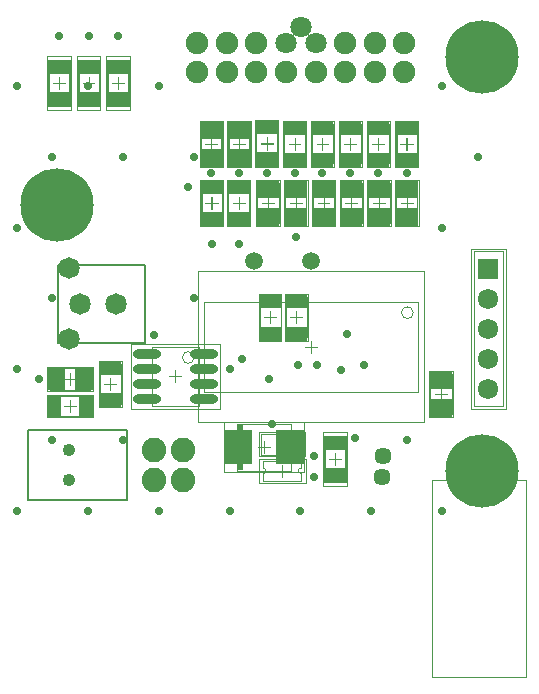
<source format=gbs>
G04*
G04 #@! TF.GenerationSoftware,Altium Limited,Altium Designer,19.1.8 (144)*
G04*
G04 Layer_Color=16711935*
%FSLAX44Y44*%
%MOMM*%
G71*
G01*
G75*
%ADD10C,0.2000*%
%ADD14C,0.1000*%
%ADD17R,0.6187X3.9500*%
%ADD18C,0.0500*%
%ADD26R,1.5032X1.9032*%
%ADD27R,1.9032X1.1532*%
%ADD29C,6.2032*%
%ADD30C,1.8232*%
%ADD31R,1.7232X1.7232*%
%ADD32C,1.7232*%
%ADD33C,1.8032*%
%ADD34C,1.9032*%
%ADD35C,1.5032*%
%ADD36C,1.4532*%
%ADD37C,1.0782*%
%ADD38C,2.0782*%
%ADD39C,0.7032*%
%ADD59R,1.9032X1.5032*%
%ADD60R,1.1532X1.9032*%
%ADD61O,2.4032X0.8032*%
%ADD62R,2.3622X2.9462*%
D10*
X249000Y249410D02*
Y308810D01*
X333500D01*
Y249410D01*
X249000D01*
X348271Y382186D02*
Y448686D01*
X274571D01*
Y382186D01*
X348271D01*
D14*
X285072Y324000D02*
Y334000D01*
X284600Y346851D02*
Y356851D01*
X301600Y360851D02*
X267600D01*
Y342851D01*
X301600D01*
Y360851D01*
X289600Y351851D02*
X279600D01*
X301821Y337750D02*
X268321D01*
Y320250D01*
X301821D01*
Y337750D01*
X290072Y329000D02*
X280072D01*
X310250Y330900D02*
Y364400D01*
X327750D01*
Y330900D01*
X310250D01*
X314000Y347650D02*
X324000D01*
X319000Y342650D02*
Y352650D01*
X354000Y329000D02*
X394000D01*
Y379000D01*
X354000D01*
Y329000D01*
X374000Y349000D02*
Y359000D01*
X369000Y354000D02*
X379000D01*
X398500Y341000D02*
Y417000D01*
X579500D01*
Y341000D01*
X398500D01*
X426000Y313750D02*
X472000D01*
Y274250D01*
X426000D01*
Y313750D01*
X444000Y294000D02*
X454000D01*
X449000Y299000D02*
Y289000D01*
X447000Y287610D02*
X481000D01*
Y305610D01*
X447000D01*
Y287610D01*
X448500Y282250D02*
X480500D01*
Y276250D01*
D02*
G03*
X480500Y271750I0J-2250D01*
G01*
Y271752D02*
Y265752D01*
X448500D01*
X448502D02*
Y271752D01*
Y271750D02*
G03*
X448502Y276250I0J2250D01*
G01*
Y282250D01*
X459500Y274000D02*
X469500D01*
X464500Y269000D02*
Y279000D01*
X500500Y268000D02*
X517500D01*
Y300000D01*
X500500D01*
Y268000D01*
X500250Y267250D02*
Y300750D01*
X517750D01*
Y267250D01*
X500250D01*
X499000Y261000D02*
X519000D01*
Y307000D01*
X499000D01*
Y261000D01*
X509000Y279000D02*
Y289000D01*
Y289000D02*
Y279000D01*
X514000Y284000D02*
X504000D01*
X514000D01*
X464000Y291610D02*
Y301610D01*
X459000Y296610D02*
X469000D01*
X484000Y379000D02*
X494000D01*
X489000Y374000D02*
Y384000D01*
X485500Y387000D02*
Y421000D01*
X467500D01*
Y387000D01*
X485500D01*
X476500Y409000D02*
Y399000D01*
X481500Y404000D02*
X471500D01*
X459428D02*
X449428D01*
X454428Y399000D02*
Y409000D01*
X445429Y421000D02*
X463428D01*
Y387000D01*
X445429D01*
Y421000D01*
X390000Y370000D02*
G03*
X390000Y370000I-5000J0D01*
G01*
X508557Y484000D02*
Y518000D01*
X490557D01*
Y484000D01*
X508557D01*
X514057D02*
Y518000D01*
X532057D01*
Y484000D01*
X514057D01*
X518057Y501000D02*
X528057D01*
X523057Y496000D02*
Y506000D01*
X541557Y501000D02*
X551557D01*
X546557Y496000D02*
Y506000D01*
X537557Y484000D02*
Y518000D01*
X555557D01*
Y484000D01*
X537557D01*
X561057D02*
Y518000D01*
X579057D01*
Y484000D01*
X561057D01*
X565057Y501000D02*
X575057D01*
X570057Y496000D02*
Y506000D01*
X626554Y459799D02*
X651447Y459798D01*
X651446D02*
Y328999D01*
X626554D01*
Y459799D01*
X575500Y408000D02*
G03*
X575500Y408000I-5000J0D01*
G01*
X590000Y356000D02*
X608000D01*
Y322000D01*
X590000D01*
Y356000D01*
X594000Y339000D02*
X604000D01*
X599000Y334000D02*
Y344000D01*
X591690Y266500D02*
X671090D01*
Y99600D01*
X591690D01*
Y266500D01*
X504557Y501000D02*
X494557D01*
X499557Y496000D02*
Y506000D01*
X485057Y484000D02*
Y518000D01*
X467057D01*
Y484000D01*
X485057D01*
X461557Y518000D02*
Y484000D01*
X443557D01*
Y518000D01*
X461557D01*
X457557Y501000D02*
X447557D01*
X452557Y496000D02*
Y506000D01*
X432700Y501000D02*
X422700D01*
X432700D01*
X436450Y484250D02*
Y517750D01*
X418950D01*
X436450D01*
Y484250D01*
X418950D01*
Y517750D01*
Y484250D01*
X436450D01*
X471057Y501000D02*
X481057D01*
X476057Y496000D02*
Y506000D01*
X513521Y534250D02*
Y567750D01*
X531021D01*
Y534250D01*
X513521D01*
Y534250D02*
Y567750D01*
X531021D01*
Y534250D01*
X513521D01*
X517271Y551000D02*
X527271D01*
Y551000D02*
X517271D01*
X522271Y556000D02*
Y546000D01*
Y546000D02*
Y556000D01*
X540914Y551000D02*
X550914D01*
Y551000D02*
X540914D01*
X545914Y546000D02*
Y556000D01*
Y556000D02*
Y546000D01*
X537164Y534250D02*
X554664D01*
Y567750D01*
X537164D01*
Y534250D01*
Y534250D02*
Y567750D01*
X554664D01*
Y534250D01*
X537164D01*
X560807D02*
Y567750D01*
X578307D01*
Y534250D01*
X560807D01*
X561307Y534250D02*
X578807D01*
Y567750D01*
X561307D01*
Y534250D01*
X564557Y551000D02*
X574557D01*
X575057Y551000D02*
X565057D01*
X569557Y556000D02*
Y546000D01*
X570057Y546000D02*
Y556000D01*
X507379Y567750D02*
Y534250D01*
X489879D01*
Y567750D01*
X507379D01*
Y567750D02*
Y534250D01*
X489879D01*
Y567750D01*
X507379D01*
X483736D02*
Y534250D01*
X466236D01*
Y567750D01*
X483736D01*
Y567750D02*
Y534250D01*
X466236D01*
Y567750D01*
X483736D01*
X493629Y551000D02*
X503629D01*
Y551000D02*
X493629D01*
X498629Y546000D02*
Y556000D01*
Y556000D02*
Y546000D01*
X460093Y567750D02*
Y534250D01*
X442593D01*
Y567750D01*
X460093D01*
Y568651D02*
Y535151D01*
X442593D01*
Y568651D01*
X460093D01*
X469986Y551000D02*
X479986D01*
Y551000D02*
X469986D01*
X474986Y546000D02*
Y556000D01*
Y556000D02*
Y546000D01*
X437200Y568000D02*
Y534000D01*
X419200D01*
Y568000D01*
X437200D01*
X436450Y567750D02*
Y534250D01*
X418950D01*
Y567750D01*
X436450D01*
X433200Y551000D02*
X423200D01*
X422700D02*
X432700D01*
X446343Y551000D02*
X456343D01*
Y551901D02*
X446343D01*
X451343Y556000D02*
Y546000D01*
Y546901D02*
Y556901D01*
X413557Y568000D02*
Y534000D01*
X395557D01*
Y568000D01*
X413557D01*
X412807Y567750D02*
Y534250D01*
X395307D01*
Y567750D01*
X412807D01*
X409557Y551000D02*
X399557D01*
X399057D02*
X409057D01*
X427700Y546000D02*
Y556000D01*
X428200D02*
Y546000D01*
X413807Y517750D02*
Y484250D01*
X396307D01*
Y517750D01*
X413807D01*
X413307D02*
Y484250D01*
X395807D01*
Y517750D01*
X413307D01*
X410057Y501000D02*
X400057D01*
X399557D02*
X409557D01*
X427700Y496000D02*
Y506000D01*
Y496000D01*
X405057D02*
Y506000D01*
X404557D02*
Y496000D01*
Y546000D02*
Y556000D01*
X404057D02*
Y546000D01*
X334322Y585814D02*
Y619314D01*
X316821D01*
Y585814D01*
X334322D01*
X334072Y586564D02*
Y618564D01*
X317072D01*
Y586564D01*
X334072D01*
X330572Y602564D02*
X320572D01*
X330572D01*
X335572Y579564D02*
Y625564D01*
X315572D01*
Y579564D01*
X335572D01*
X325572Y597564D02*
Y607564D01*
Y597564D01*
X305572Y602564D02*
X295571D01*
X305572D01*
X309072Y586564D02*
Y618564D01*
X292072D01*
Y586564D01*
X309072D01*
X309322Y585814D02*
Y619314D01*
X291821D01*
Y585814D01*
X309322D01*
X310571Y579564D02*
Y625564D01*
X290572D01*
Y579564D01*
X310571D01*
X300571Y597564D02*
Y607564D01*
Y597564D01*
X280571Y602564D02*
X270571D01*
X280571D01*
X284072Y586564D02*
Y618564D01*
X267072D01*
Y586564D01*
X284072D01*
X284322Y585814D02*
Y619314D01*
X266821D01*
Y585814D01*
X284322D01*
X285571Y579564D02*
Y625564D01*
X265572D01*
Y579564D01*
X285571D01*
X275571Y597564D02*
Y607564D01*
Y597564D01*
D17*
X429094Y294000D02*
D03*
D18*
X309500Y328150D02*
Y367150D01*
X328500D01*
Y328150D01*
X309500D01*
X336500Y326500D02*
X411500D01*
Y381500D01*
X336500D01*
Y326500D01*
X393500Y315000D02*
Y443000D01*
X584500D01*
Y315000D01*
X393500D01*
X415105D02*
X482895D01*
Y273000D01*
X415105D01*
Y315000D01*
X444500Y286610D02*
X483500D01*
Y306610D01*
X444500D01*
Y286610D01*
X444500Y284000D02*
X484500D01*
Y264000D01*
X444500D01*
Y284000D01*
X499500Y264500D02*
Y303500D01*
X518500D01*
Y264500D01*
X499500D01*
X589000Y319500D02*
Y358500D01*
X609000D01*
Y319500D01*
X589000D01*
X624300Y326749D02*
Y462049D01*
X653700D01*
Y326749D01*
X624300D01*
X486000Y424000D02*
X467000D01*
Y384000D01*
X486000D01*
Y424000D01*
X463928D02*
X444929D01*
Y384000D01*
X463928D01*
Y424000D01*
X509557Y481500D02*
Y520500D01*
X489557D01*
Y481500D01*
X509557D01*
X513057D02*
Y520500D01*
X533057D01*
Y481500D01*
X513057D01*
X536557D02*
Y520500D01*
X556557D01*
Y481500D01*
X536557D01*
X560057D02*
Y520500D01*
X580057D01*
Y481500D01*
X560057D01*
X560057Y531500D02*
Y570500D01*
X579057D01*
Y531500D01*
X560057D01*
X560557Y531500D02*
X579557D01*
Y570500D01*
X560557D01*
Y531500D01*
X555414Y531500D02*
Y570500D01*
X536414D01*
Y531500D01*
X555414D01*
Y531500D02*
Y570500D01*
X536414D01*
Y531500D01*
X555414D01*
X531771D02*
Y570500D01*
X512771D01*
Y531500D01*
X531771D01*
Y531500D02*
Y570500D01*
X512771D01*
Y531500D01*
X531771D01*
X508129D02*
Y570500D01*
X489128D01*
Y531500D01*
X508129D01*
Y531500D02*
Y570500D01*
X489128D01*
Y531500D01*
X508129D01*
X484486D02*
Y570500D01*
X465486D01*
Y531500D01*
X484486D01*
Y531500D02*
Y570500D01*
X465486D01*
Y531500D01*
X484486D01*
X486057Y520500D02*
Y481500D01*
X466057D01*
Y520500D01*
X486057D01*
X462557D02*
Y481500D01*
X442557D01*
Y520500D01*
X462557D01*
X460843Y531500D02*
Y570500D01*
X441843D01*
Y531500D01*
X460843D01*
Y532401D02*
Y571401D01*
X441843D01*
Y532401D01*
X460843D01*
X438200Y531500D02*
Y570500D01*
X418200D01*
Y531500D01*
X438200D01*
X437200Y531500D02*
Y570500D01*
X418200D01*
Y531500D01*
X437200D01*
Y520500D02*
Y481500D01*
X418200D01*
Y520500D01*
X437200D01*
Y520500D02*
Y481500D01*
X418200D01*
Y520500D01*
X437200D01*
X414557Y520500D02*
Y481500D01*
X395557D01*
Y520500D01*
X414557D01*
X414057Y520500D02*
Y481500D01*
X395057D01*
Y520500D01*
X414057D01*
X414557Y531500D02*
Y570500D01*
X394557D01*
Y531500D01*
X414557D01*
X413557Y531500D02*
Y570500D01*
X394557D01*
Y531500D01*
X413557D01*
X335071Y583064D02*
Y622064D01*
X316072D01*
Y583064D01*
X335071D01*
X310072D02*
Y622064D01*
X291072D01*
Y583064D01*
X310072D01*
X285072D02*
Y622064D01*
X266072D01*
Y583064D01*
X285072D01*
X265100Y361851D02*
X304100D01*
Y341851D01*
X265100D01*
Y361851D01*
X265572Y338500D02*
X304572D01*
Y319500D01*
X265572D01*
Y338500D01*
D26*
X296600Y351851D02*
D03*
X272600D02*
D03*
D27*
X319000Y334150D02*
D03*
Y361150D02*
D03*
X454428Y390000D02*
D03*
X476500D02*
D03*
Y418000D02*
D03*
X454428D02*
D03*
X427700Y487500D02*
D03*
Y514500D02*
D03*
X451343Y538401D02*
D03*
X474986Y537500D02*
D03*
X498629D02*
D03*
X522271D02*
D03*
X545914D02*
D03*
X570057Y537500D02*
D03*
Y564500D02*
D03*
X545914Y564500D02*
D03*
X522271D02*
D03*
X498629D02*
D03*
X474986D02*
D03*
X451343Y565401D02*
D03*
X405057Y514500D02*
D03*
Y487500D02*
D03*
X325572Y589064D02*
D03*
Y616064D02*
D03*
X300571D02*
D03*
Y589064D02*
D03*
X275571Y616064D02*
D03*
Y589064D02*
D03*
X509000Y297500D02*
D03*
Y270500D02*
D03*
D29*
X274072Y499000D02*
D03*
X634000Y273706D02*
D03*
Y624000D02*
D03*
D30*
X284172Y385436D02*
D03*
X323572Y415436D02*
D03*
X284172Y445436D02*
D03*
X293571Y415436D02*
D03*
D31*
X639000Y445200D02*
D03*
D32*
X639000Y343600D02*
D03*
Y369000D02*
D03*
Y394400D02*
D03*
Y419800D02*
D03*
D33*
X492750Y636150D02*
D03*
X467750D02*
D03*
X480250Y650150D02*
D03*
D34*
X567750Y611650D02*
D03*
Y636150D02*
D03*
X542750D02*
D03*
Y611650D02*
D03*
X517750Y636150D02*
D03*
Y611650D02*
D03*
X492750D02*
D03*
X467750D02*
D03*
X442750Y636150D02*
D03*
Y611650D02*
D03*
X417750Y636150D02*
D03*
Y611650D02*
D03*
X392750Y636150D02*
D03*
Y611650D02*
D03*
D35*
X440250Y451943D02*
D03*
X489000Y451693D02*
D03*
D36*
X549000Y269000D02*
D03*
X549500Y286800D02*
D03*
D37*
X284100Y266610D02*
D03*
Y291610D02*
D03*
D38*
X355900Y266610D02*
D03*
X380900D02*
D03*
Y291610D02*
D03*
X355900D02*
D03*
D39*
X240000Y240000D02*
D03*
X300000D02*
D03*
X330000Y300000D02*
D03*
X360000Y240000D02*
D03*
X420000D02*
D03*
X480000D02*
D03*
X491800Y269000D02*
D03*
X526000Y302000D02*
D03*
X491800Y286800D02*
D03*
X540000Y240000D02*
D03*
X600000D02*
D03*
X570000Y300000D02*
D03*
X534000Y364000D02*
D03*
X519000Y390000D02*
D03*
X514000Y359000D02*
D03*
X494000Y364000D02*
D03*
X478150D02*
D03*
X453601Y351851D02*
D03*
X456200Y314000D02*
D03*
X430786Y368986D02*
D03*
X420000Y360000D02*
D03*
X390000Y420000D02*
D03*
X355900Y389000D02*
D03*
X427700Y466000D02*
D03*
X405057D02*
D03*
X451343Y526000D02*
D03*
X474986Y525786D02*
D03*
X498629Y526000D02*
D03*
X522271D02*
D03*
X545914D02*
D03*
X570057D02*
D03*
X600000Y480000D02*
D03*
X630000Y540000D02*
D03*
X600000Y600000D02*
D03*
X476000Y472279D02*
D03*
X427700Y526000D02*
D03*
X390000Y540000D02*
D03*
X404057Y526500D02*
D03*
X385060Y514500D02*
D03*
X360000Y600000D02*
D03*
X325572Y642564D02*
D03*
X300571D02*
D03*
X275571D02*
D03*
X240000Y600000D02*
D03*
X270000Y540000D02*
D03*
X330000D02*
D03*
X300000Y600000D02*
D03*
X240000Y480000D02*
D03*
X270000Y420000D02*
D03*
X240000Y360000D02*
D03*
X259000Y351851D02*
D03*
X270000Y300000D02*
D03*
D59*
X499557Y489000D02*
D03*
X523057D02*
D03*
X546557D02*
D03*
X570057D02*
D03*
Y513000D02*
D03*
X546557D02*
D03*
X523057D02*
D03*
X499557D02*
D03*
X476057D02*
D03*
Y489000D02*
D03*
X452557Y513000D02*
D03*
Y489000D02*
D03*
X428200Y539000D02*
D03*
Y563000D02*
D03*
X404557D02*
D03*
Y539000D02*
D03*
X599000Y351000D02*
D03*
Y327000D02*
D03*
D60*
X298571Y329000D02*
D03*
X271572D02*
D03*
D61*
X350000Y334950D02*
D03*
Y347650D02*
D03*
Y360350D02*
D03*
Y373050D02*
D03*
X398000Y347650D02*
D03*
Y334950D02*
D03*
Y360350D02*
D03*
Y373050D02*
D03*
D62*
X426900Y294000D02*
D03*
X471100D02*
D03*
M02*

</source>
